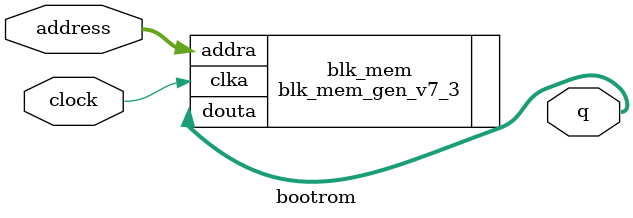
<source format=v>
module bootrom(/*autoport*/
//output
         q,
//input
         address,
         clock);

input wire   [10:0]  address;
input wire    clock;
output wire [31:0]  q;


blk_mem_gen_v7_3 blk_mem(/*autoinst*/
           .douta(q),
           .clka(clock),
           .addra(address));

endmodule
</source>
